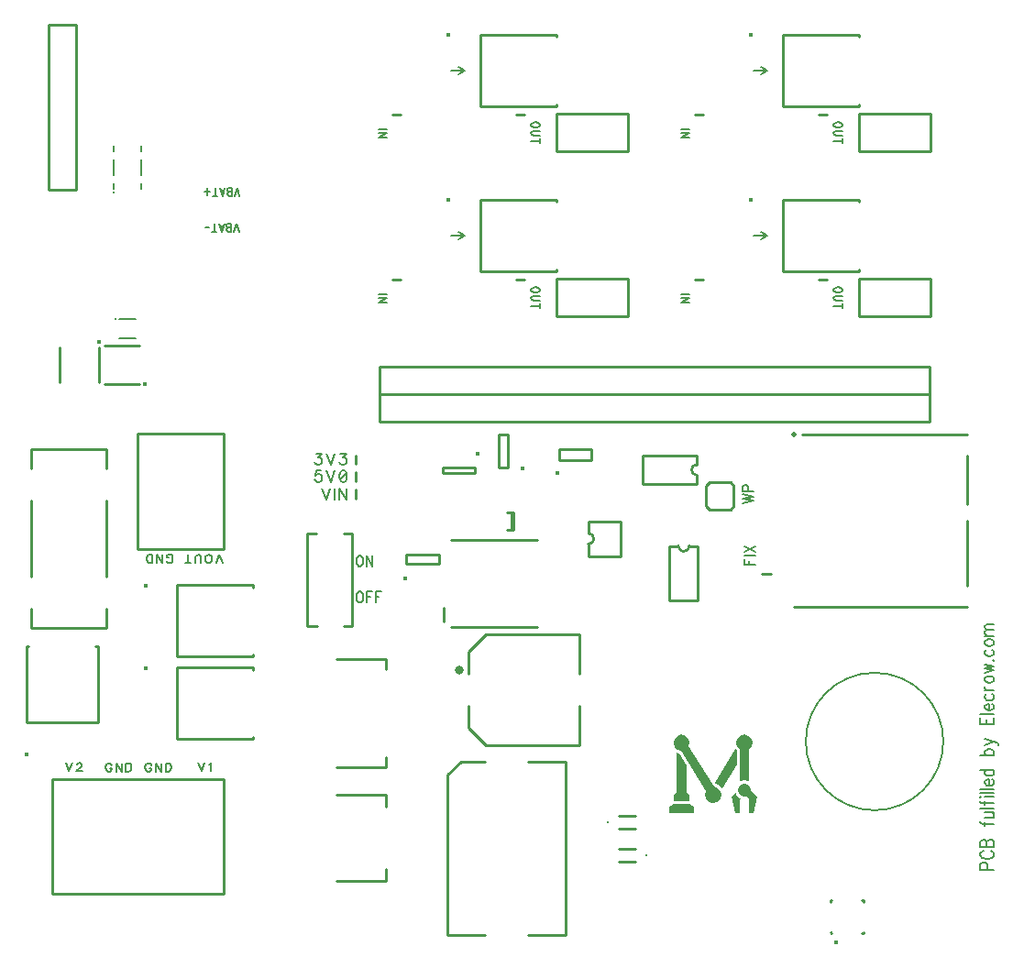
<source format=gto>
G04 DipTrace 3.0.0.1*
G04 panel1.GTO*
%MOIN*%
G04 #@! TF.FileFunction,Legend,Top*
G04 #@! TF.Part,Single*
%ADD10C,0.009843*%
%ADD14C,0.008*%
%ADD16C,0.01*%
%ADD27C,0.031465*%
%ADD31C,0.009433*%
%ADD45C,0.015408*%
%ADD48C,0.015404*%
%ADD50C,0.01541*%
%ADD54C,0.015754*%
%ADD59C,0.015401*%
%ADD62C,0.015395*%
%ADD65C,0.015754*%
%ADD69C,0.01963*%
%ADD72C,0.015401*%
%ADD75C,0.007873*%
%ADD77C,0.007872*%
%ADD173C,0.006*%
%FSLAX26Y26*%
G04*
G70*
G90*
G75*
G01*
G04 TopSilk*
%LPD*%
X3323543Y1198445D2*
D14*
G02X3323543Y1198445I250000J0D01*
G01*
X2501309Y1588701D2*
D10*
Y1444987D1*
Y1588701D2*
X2160726D1*
X2501309Y1326902D2*
Y1183189D1*
X2160726D1*
X2095778Y1523738D2*
Y1444987D1*
Y1326902D2*
Y1248152D1*
Y1523738D2*
X2160726Y1588701D1*
X2095778Y1248152D2*
X2160726Y1183189D1*
D27*
X2062346Y1456808D3*
X2008559Y1686411D2*
D10*
Y1635269D1*
X2254007Y2029911D2*
Y1966982D1*
X2261455Y2029911D2*
Y1966982D1*
Y2029911D2*
X2237896D1*
X2261455Y1966982D2*
X2237896D1*
X1687865Y2145198D2*
Y2176694D1*
Y2207698D2*
Y2239194D1*
X2642042Y928317D2*
X2705033D1*
X2642042Y881074D2*
X2705033D1*
D31*
X2605034Y904696D3*
X2705044Y762323D2*
D10*
X2642053D1*
X2705044Y809566D2*
X2642053D1*
D31*
X2742052Y785945D3*
X3195684Y1808661D2*
D10*
X3164188D1*
X1687865Y2082698D2*
Y2114194D1*
X2918707Y2879709D2*
X2950203D1*
X3368707D2*
X3400203D1*
X1818707D2*
X1850203D1*
X2268707D2*
X2300203D1*
X2918707Y3479709D2*
X2950203D1*
X3368707D2*
X3400203D1*
X1818707D2*
X1850203D1*
X2268707D2*
X2300203D1*
X506232Y1799247D2*
Y2074810D1*
Y2192909D2*
Y2261832D1*
X781829D1*
Y2192909D1*
Y2074810D2*
Y1799247D1*
Y1681149D2*
Y1612226D1*
X506232D1*
Y1681149D1*
X1205845Y643269D2*
X582238D1*
Y1062037D1*
X1205845D1*
Y643269D1*
X894063Y2318287D2*
X1205845D1*
Y1899519D1*
X894063D1*
Y2318287D1*
X3777861Y2746391D2*
X3516050D1*
Y2880249D1*
X3777861D1*
Y2746391D1*
X2677861D2*
X2416050D1*
Y2880249D1*
X2677861D1*
Y2746391D1*
X3777861Y3346391D2*
X3516050D1*
Y3480249D1*
X3777861D1*
Y3346391D1*
X2677861D2*
X2416050D1*
Y3480249D1*
X2677861D1*
Y3346391D1*
X1772701Y2460947D2*
X3774386D1*
Y2360945D1*
X1772701D1*
Y2460947D1*
Y2560947D2*
X3774386D1*
Y2460945D1*
X1772701D1*
Y2560947D1*
X2961175Y2129648D2*
X2973675Y2142148D1*
X3048675D1*
X3061175Y2129648D1*
Y2054648D1*
X3048675Y2042148D2*
X3061175Y2054648D1*
X3048675Y2042148D2*
X2973675D1*
X2961175Y2054648D1*
Y2129648D1*
X2348497Y1930925D2*
X2033529D1*
X2348497Y1615965D2*
X2033529D1*
X1037081Y1466954D2*
Y1207112D1*
X1312670Y1466954D2*
X1037081D1*
X1312670D2*
Y1459089D1*
Y1207112D2*
X1037081D1*
X1312670D2*
Y1214977D1*
D45*
X922135Y1466021D3*
D48*
X2129307Y2245898D3*
X2120106Y2195756D2*
D10*
X2002001D1*
Y2176071D1*
X2120106D1*
Y2195756D1*
X1037081Y1766952D2*
Y1507110D1*
X1312670Y1766952D2*
X1037081D1*
X1312670D2*
Y1759087D1*
Y1507110D2*
X1037081D1*
X1312670D2*
Y1514975D1*
D45*
X922135Y1766019D3*
X489122Y1267559D2*
D10*
X748965D1*
X489122Y1543148D2*
Y1267559D1*
Y1543148D2*
X496988D1*
X748965D2*
Y1267559D1*
Y1543148D2*
X741099D1*
D50*
X490056Y1152613D3*
X3239988Y3167706D2*
D10*
Y2907864D1*
X3515577Y3167706D2*
X3239988D1*
X3515577D2*
Y3159841D1*
Y2907864D2*
X3239988D1*
X3515577D2*
Y2915729D1*
D45*
X3125042Y3166773D3*
X2139988Y3167706D2*
D10*
Y2907864D1*
X2415577Y3167706D2*
X2139988D1*
X2415577D2*
Y3159841D1*
Y2907864D2*
X2139988D1*
X2415577D2*
Y2915729D1*
D45*
X2025042Y3166773D3*
X3239988Y3767706D2*
D10*
Y3507864D1*
X3515577Y3767706D2*
X3239988D1*
X3515577D2*
Y3759841D1*
Y3507864D2*
X3239988D1*
X3515577D2*
Y3515729D1*
D45*
X3125042Y3766773D3*
X2139988Y3767706D2*
D10*
Y3507864D1*
X2415577Y3767706D2*
X2139988D1*
X2415577D2*
Y3759841D1*
Y3507864D2*
X2139988D1*
X2415577D2*
Y3515729D1*
D45*
X2025042Y3766773D3*
X752793Y2630777D2*
D10*
Y2504780D1*
X611056Y2630777D2*
Y2504780D1*
D54*
X752786Y2650453D3*
X901172Y2496907D2*
D10*
X775175D1*
X901172Y2638644D2*
X775175D1*
D54*
X920848Y2496915D3*
G36*
X2826165Y936545D2*
Y960545D1*
X2843165Y970545D1*
X2900165D1*
X2917165Y960545D1*
Y936545D1*
D1*
X2826165D1*
G37*
G36*
X2843165Y982545D2*
Y1004545D1*
X2854165Y1011545D1*
Y1157545D1*
X2862165Y1155545D1*
X2889165Y1112545D1*
Y1011545D1*
X2900165Y1004545D1*
Y982545D1*
X2843165D1*
G37*
G36*
X2869165Y1164545D2*
X2857165Y1168545D1*
X2846165Y1178545D1*
X2842165Y1193545D1*
X2846165Y1208545D1*
X2857165Y1219545D1*
X2871165Y1223545D1*
X2886165Y1219545D1*
X2897165Y1208545D1*
X2901165Y1193545D1*
X2898165Y1182545D1*
X2989165Y1034545D1*
X3001165Y1030545D1*
X3012165Y1019545D1*
X3016165Y1004545D1*
X3012165Y990545D1*
X3001165Y979545D1*
X2986165Y975545D1*
X2971165Y979545D1*
X2960165Y990545D1*
X2956165Y1005545D1*
X2959165Y1017545D1*
X2869165Y1164545D1*
G37*
G36*
X2992165Y1049545D2*
X2995165Y1044545D1*
X3008165Y1040545D1*
X3019165Y1027545D1*
X3072165Y1115545D1*
Y1166545D1*
X3066165Y1171545D1*
D1*
X2992165Y1049545D1*
G37*
G36*
X3083165Y1170545D2*
X3075165Y1178545D1*
X3070165Y1193545D1*
X3074165Y1208545D1*
X3085165Y1219545D1*
X3100165Y1223545D1*
X3115165Y1219545D1*
X3126165Y1208545D1*
X3130165Y1193545D1*
X3126165Y1179545D1*
X3117165Y1170545D1*
Y1053545D1*
X3100165Y1058545D1*
X3083165Y1053545D1*
Y1170545D1*
G37*
G36*
X3069165Y1010545D2*
X3070165Y1005545D1*
X3082165Y992545D1*
X3086165Y991545D1*
X3083165Y988545D1*
Y939545D1*
X3066165Y936545D1*
X3054165Y996545D1*
X3069165Y1010545D1*
G37*
G36*
X3080165Y1034545D2*
X3077165Y1022545D1*
X3080165Y1010545D1*
X3089165Y1001545D1*
X3100165Y998545D1*
X3106165Y1000545D1*
X3118165Y987545D1*
X3117165Y939545D1*
X3135165Y936545D1*
X3146165Y996545D1*
X3123165Y1019545D1*
X3124165Y1023545D1*
X3121165Y1033545D1*
X3112165Y1042545D1*
X3100165Y1045545D1*
X3088165Y1042545D1*
X3080165Y1034545D1*
G37*
D59*
X1865484Y1791166D3*
X1870746Y1845231D2*
D10*
X1988854D1*
X1870746Y1876722D2*
X1988854D1*
Y1845231D2*
Y1876722D1*
X1870746Y1845231D2*
Y1876722D1*
X2828654Y1909372D2*
Y1712518D1*
X2931031Y1909372D2*
Y1712518D1*
X2828654D2*
X2931031D1*
X2860148Y1909372D2*
X2828654D1*
X2899537D2*
X2931031D1*
X2860148D2*
G03X2899537Y1909372I19694J9D01*
G01*
D62*
X2293350Y2190354D3*
X2239284Y2195616D2*
D10*
Y2313724D1*
X2207794Y2195616D2*
Y2313724D1*
X2239284D2*
X2207794D1*
X2239284Y2195616D2*
X2207794D1*
X2928220Y2237133D2*
X2731365D1*
X2928220Y2134757D2*
X2731365D1*
Y2237133D2*
Y2134757D1*
X2928220Y2205639D2*
Y2237133D1*
Y2166250D2*
Y2134757D1*
Y2205639D2*
G03X2928220Y2166250I9J-19694D01*
G01*
X3418428Y501882D2*
X3414494Y505833D1*
X3532608Y501935D2*
X3528658D1*
X3532593Y501882D2*
Y505833D1*
X3532608Y619998D2*
X3528658D1*
X3532608D2*
X3532593Y616065D1*
X3414479Y619998D2*
X3418428D1*
X3414479D2*
X3414494Y616065D1*
D65*
X3434174Y466458D3*
X3309458Y2316372D2*
D10*
X3909836D1*
X3279978Y1686461D2*
X3909836D1*
Y2237617D2*
Y2060467D1*
Y2001416D2*
Y1765216D1*
D69*
X3279942Y2316372D3*
X2450679Y1125727D2*
D10*
Y495806D1*
X2021494D2*
X2157350D1*
X2314824D2*
X2450679D1*
X2021494Y1076530D2*
Y495806D1*
X2314824Y1125727D2*
X2450679D1*
X2157350D2*
X2068786D1*
X2021494Y1076530D2*
X2068786Y1125727D1*
X2533238Y1872961D2*
X2651348D1*
X2533238Y1998929D2*
X2651348D1*
Y1872961D2*
Y1998929D1*
X2533238Y1872961D2*
Y1916257D1*
Y1955633D2*
Y1998929D1*
Y1916257D2*
G03X2533238Y1955633I13J19688D01*
G01*
D72*
X2421728Y2176320D3*
X2426990Y2222517D2*
D10*
X2545098D1*
Y2261880D1*
X2426990D1*
Y2222517D1*
X805735Y3345583D2*
D14*
Y3365274D1*
X908100D2*
Y3345583D1*
X805735Y3207781D2*
Y3227472D1*
D75*
X805748Y3195980D3*
X908100Y3314080D2*
D14*
Y3258975D1*
X805735D2*
Y3314080D1*
X908100Y3227472D2*
Y3207781D1*
X825424Y2734463D2*
X888417D1*
X825424Y2663594D2*
X888417D1*
D77*
X813616Y2734459D3*
X1617293Y1498445D2*
D16*
X1798543D1*
Y1460945D2*
Y1498445D1*
X1617293Y1104696D2*
X1798543D1*
Y1142196D1*
Y960945D2*
Y1004694D1*
X1617293D1*
Y692196D2*
X1798543D1*
Y735945D1*
X1542293Y1954694D2*
X1511043D1*
Y1617194D1*
X1548543D1*
X1642294D2*
X1673543D1*
Y1954694D1*
X1642294D1*
X3134455Y3037780D2*
D14*
X3184455D1*
X3159455Y3025280D1*
X3184455Y3037780D2*
X3159455Y3050280D1*
X2034455Y3037780D2*
X2084455D1*
X2059455Y3025280D1*
X2084455Y3037780D2*
X2059455Y3050280D1*
X3134455Y3637780D2*
X3184455D1*
X3159455Y3625280D1*
X3184455Y3637780D2*
X3159455Y3650280D1*
X2034455Y3637780D2*
X2084455D1*
X2059455Y3625280D1*
X2084455Y3637780D2*
X2059455Y3650280D1*
X569424Y3805278D2*
D16*
X669425D1*
Y3205278D1*
X569424D1*
Y3805278D1*
X3092681Y2066310D2*
D14*
X3132873Y2073986D1*
X3092681Y2081626D1*
X3132873Y2089267D1*
X3092681Y2096942D1*
X3113728Y2109742D2*
Y2123538D1*
X3111827Y2128101D1*
X3109881Y2129657D1*
X3106079Y2131178D1*
X3100331D1*
X3096528Y2129657D1*
X3094583Y2128101D1*
X3092681Y2123538D1*
Y2109742D1*
X3132873D1*
X3984317Y732609D2*
Y749853D1*
X3981940Y755557D1*
X3979508Y757502D1*
X3974755Y759404D1*
X3967570D1*
X3962817Y757502D1*
X3960385Y755557D1*
X3958008Y749853D1*
Y732609D1*
X4008248D1*
X3969947Y800900D2*
X3965193Y798998D1*
X3960385Y795152D1*
X3958008Y791349D1*
Y783700D1*
X3960385Y779853D1*
X3965193Y776050D1*
X3969947Y774105D1*
X3977132Y772204D1*
X3989125D1*
X3996255Y774105D1*
X4001063Y776050D1*
X4005817Y779853D1*
X4008248Y783700D1*
Y791349D1*
X4005817Y795152D1*
X4001063Y798998D1*
X3996255Y800900D1*
X3958008Y813700D2*
X4008248D1*
Y830944D1*
X4005817Y836692D1*
X4003440Y838593D1*
X3998687Y840494D1*
X3991502D1*
X3986693Y838593D1*
X3984317Y836692D1*
X3981940Y830944D1*
X3979508Y836692D1*
X3977132Y838593D1*
X3972378Y840494D1*
X3967570D1*
X3962817Y838593D1*
X3960385Y836692D1*
X3958008Y830944D1*
Y813700D1*
X3981940D2*
Y830944D1*
X3958008Y907922D2*
Y904120D1*
X3960385Y900273D1*
X3967570Y898372D1*
X4008248D1*
X3974755Y892624D2*
Y906021D1*
Y920722D2*
X3998687D1*
X4005816Y922623D1*
X4008248Y926470D1*
Y932218D1*
X4005816Y936021D1*
X3998687Y941769D1*
X3974755D2*
X4008248D1*
X3958008Y954569D2*
X4008248D1*
X3958008Y982667D2*
Y978865D1*
X3960385Y975018D1*
X3967570Y973117D1*
X4008248D1*
X3974755Y967369D2*
Y980766D1*
X3958008Y995467D2*
X3960385Y997369D1*
X3958008Y999314D1*
X3955577Y997369D1*
X3958008Y995467D1*
X3974755Y997369D2*
X4008248D1*
X3958008Y1012114D2*
X4008248D1*
X3958008Y1024914D2*
X4008248D1*
X3989125Y1037714D2*
Y1060662D1*
X3984317D1*
X3979508Y1058761D1*
X3977132Y1056860D1*
X3974755Y1053013D1*
Y1047265D1*
X3977132Y1043462D1*
X3981940Y1039615D1*
X3989125Y1037714D1*
X3993878D1*
X4001063Y1039615D1*
X4005816Y1043462D1*
X4008248Y1047265D1*
Y1053013D1*
X4005816Y1056860D1*
X4001063Y1060662D1*
X3958008Y1096410D2*
X4008248D1*
X3981940D2*
X3977132Y1092607D1*
X3974755Y1088761D1*
Y1083013D1*
X3977132Y1079210D1*
X3981940Y1075363D1*
X3989125Y1073462D1*
X3993878D1*
X4001063Y1075363D1*
X4005816Y1079210D1*
X4008248Y1083013D1*
Y1088761D1*
X4005816Y1092607D1*
X4001063Y1096410D1*
X3958008Y1148539D2*
X4008248D1*
X3981940D2*
X3977132Y1152386D1*
X3974755Y1156189D1*
Y1161937D1*
X3977132Y1165739D1*
X3981940Y1169586D1*
X3989125Y1171487D1*
X3993878D1*
X4001063Y1169586D1*
X4005816Y1165739D1*
X4008248Y1161937D1*
Y1156189D1*
X4005816Y1152386D1*
X4001063Y1148539D1*
X3974755Y1186233D2*
X4008248Y1197685D1*
X4017810Y1193882D1*
X4022618Y1190035D1*
X4024995Y1186233D1*
Y1184287D1*
X3974755Y1209181D2*
X4008248Y1197685D1*
X3958008Y1286159D2*
Y1261310D1*
X4008248D1*
Y1286159D1*
X3981940Y1261310D2*
Y1276609D1*
X3958008Y1298959D2*
X4008248D1*
X3989125Y1311759D2*
Y1334707D1*
X3984317D1*
X3979508Y1332806D1*
X3977132Y1330905D1*
X3974755Y1327058D1*
Y1321310D1*
X3977132Y1317507D1*
X3981940Y1313661D1*
X3989125Y1311759D1*
X3993878D1*
X4001063Y1313661D1*
X4005816Y1317507D1*
X4008248Y1321310D1*
Y1327058D1*
X4005816Y1330905D1*
X4001063Y1334707D1*
X3981940Y1370499D2*
X3977132Y1366653D1*
X3974755Y1362806D1*
Y1357102D1*
X3977132Y1353255D1*
X3981940Y1349453D1*
X3989125Y1347507D1*
X3993878D1*
X4001063Y1349453D1*
X4005816Y1353255D1*
X4008248Y1357102D1*
Y1362806D1*
X4005816Y1366653D1*
X4001063Y1370499D1*
X3974755Y1383299D2*
X4008248D1*
X3989125D2*
X3981940Y1385245D1*
X3977132Y1389047D1*
X3974755Y1392894D1*
Y1398642D1*
Y1420993D2*
X3977132Y1417190D1*
X3981940Y1413343D1*
X3989125Y1411442D1*
X3993878D1*
X4001063Y1413343D1*
X4005816Y1417190D1*
X4008248Y1420993D1*
Y1426741D1*
X4005816Y1430587D1*
X4001063Y1434390D1*
X3993878Y1436336D1*
X3989125D1*
X3981940Y1434390D1*
X3977132Y1430587D1*
X3974755Y1426741D1*
Y1420993D1*
Y1449136D2*
X4008248Y1456785D1*
X3974755Y1464434D1*
X4008248Y1472083D1*
X3974755Y1479733D1*
X4003440Y1494434D2*
X4005872Y1492533D1*
X4008248Y1494434D1*
X4005872Y1496379D1*
X4003440Y1494434D1*
X3981940Y1532172D2*
X3977132Y1528325D1*
X3974755Y1524478D1*
Y1518774D1*
X3977132Y1514928D1*
X3981940Y1511125D1*
X3989125Y1509179D1*
X3993878D1*
X4001063Y1511125D1*
X4005816Y1514928D1*
X4008248Y1518774D1*
Y1524478D1*
X4005816Y1528325D1*
X4001063Y1532172D1*
X3974755Y1554522D2*
X3977132Y1550720D1*
X3981940Y1546873D1*
X3989125Y1544972D1*
X3993878D1*
X4001063Y1546873D1*
X4005816Y1550720D1*
X4008248Y1554522D1*
Y1560270D1*
X4005816Y1564117D1*
X4001063Y1567920D1*
X3993878Y1569865D1*
X3989125D1*
X3981940Y1567920D1*
X3977132Y1564117D1*
X3974755Y1560270D1*
Y1554522D1*
Y1582665D2*
X4008248D1*
X3984317D2*
X3977132Y1588413D1*
X3974755Y1592260D1*
Y1597964D1*
X3977132Y1601810D1*
X3984317Y1603712D1*
X4008248D1*
X3984317D2*
X3977132Y1609460D1*
X3974755Y1613306D1*
Y1619010D1*
X3977132Y1622857D1*
X3984317Y1624803D1*
X4008248D1*
X1542170Y2245642D2*
X1563172D1*
X1551720Y2230343D1*
X1557468D1*
X1561271Y2228442D1*
X1563172Y2226541D1*
X1565118Y2220793D1*
Y2216990D1*
X1563172Y2211242D1*
X1559369Y2207396D1*
X1553621Y2205494D1*
X1547873D1*
X1542170Y2207396D1*
X1540268Y2209341D1*
X1538323Y2213144D1*
X1581118Y2245686D2*
X1596416Y2205494D1*
X1611715Y2245686D1*
X1631561Y2245642D2*
X1652564D1*
X1641112Y2230343D1*
X1646860D1*
X1650663Y2228442D1*
X1652564Y2226541D1*
X1654509Y2220793D1*
Y2216990D1*
X1652564Y2211242D1*
X1648761Y2207396D1*
X1643013Y2205494D1*
X1637265D1*
X1631561Y2207396D1*
X1629660Y2209341D1*
X1627715Y2213144D1*
X1561271Y2183142D2*
X1542170D1*
X1540268Y2165942D1*
X1542170Y2167843D1*
X1547918Y2169789D1*
X1553621D1*
X1559369Y2167843D1*
X1563216Y2164041D1*
X1565118Y2158293D1*
Y2154490D1*
X1563216Y2148742D1*
X1559369Y2144896D1*
X1553621Y2142994D1*
X1547918D1*
X1542170Y2144896D1*
X1540268Y2146841D1*
X1538323Y2150644D1*
X1581118Y2183186D2*
X1596416Y2142994D1*
X1611715Y2183186D1*
X1639211Y2183142D2*
X1633463Y2181241D1*
X1629616Y2175493D1*
X1627715Y2165942D1*
Y2160194D1*
X1629616Y2150644D1*
X1633463Y2144896D1*
X1639211Y2142994D1*
X1643013D1*
X1648761Y2144896D1*
X1652564Y2150644D1*
X1654509Y2160194D1*
Y2165942D1*
X1652564Y2175493D1*
X1648761Y2181241D1*
X1643013Y2183142D1*
X1639211D1*
X1652564Y2175493D2*
X1629616Y2150644D1*
X1564323Y2118686D2*
X1579621Y2078494D1*
X1594920Y2118686D1*
X1610920D2*
Y2078494D1*
X1653715Y2118686D2*
Y2078494D1*
X1626920Y2118686D1*
Y2078494D1*
X1698520Y1874936D2*
X1695442Y1873034D1*
X1692400Y1869188D1*
X1690844Y1865385D1*
X1689323Y1859637D1*
Y1850042D1*
X1690844Y1844338D1*
X1692400Y1840492D1*
X1695442Y1836689D1*
X1698520Y1834744D1*
X1704639D1*
X1707681Y1836689D1*
X1710759Y1840492D1*
X1712280Y1844338D1*
X1713801Y1850042D1*
Y1859637D1*
X1712280Y1865385D1*
X1710759Y1869188D1*
X1707681Y1873034D1*
X1704639Y1874936D1*
X1698520D1*
X1748036D2*
Y1834744D1*
X1726601Y1874936D1*
Y1834744D1*
X1698520Y1743686D2*
X1695442Y1741785D1*
X1692400Y1737938D1*
X1690844Y1734136D1*
X1689323Y1728388D1*
Y1718793D1*
X1690844Y1713089D1*
X1692400Y1709242D1*
X1695442Y1705440D1*
X1698520Y1703494D1*
X1704639D1*
X1707681Y1705440D1*
X1710759Y1709242D1*
X1712280Y1713089D1*
X1713801Y1718793D1*
Y1728388D1*
X1712280Y1734136D1*
X1710759Y1737938D1*
X1707681Y1741785D1*
X1704639Y1743686D1*
X1698520D1*
X1746515D2*
X1726601D1*
Y1703494D1*
Y1724541D2*
X1738839D1*
X1779230Y1743686D2*
X1759315D1*
Y1703494D1*
Y1724541D2*
X1771554D1*
X3098931Y1861225D2*
Y1841310D1*
X3139123D1*
X3118076D2*
Y1853549D1*
X3098931Y1874025D2*
X3139123Y1874024D1*
X3098931Y1886825D2*
X3139123Y1908260D1*
X3098931D2*
X3139123Y1886824D1*
X633016Y1120929D2*
X644490Y1090785D1*
X655964Y1120929D1*
X673423Y1113733D2*
Y1115159D1*
X674849Y1118044D1*
X676275Y1119470D1*
X679160Y1120896D1*
X684897D1*
X687749Y1119470D1*
X689175Y1118044D1*
X690634Y1115159D1*
Y1112307D1*
X689175Y1109422D1*
X686323Y1105144D1*
X671964Y1090785D1*
X692060D1*
X799703Y1112352D2*
X798277Y1115204D1*
X795392Y1118089D1*
X792540Y1119515D1*
X786803D1*
X783918Y1118089D1*
X781066Y1115204D1*
X779607Y1112352D1*
X778181Y1108041D1*
Y1100845D1*
X779607Y1096567D1*
X781066Y1093682D1*
X783918Y1090830D1*
X786803Y1089371D1*
X792540D1*
X795392Y1090830D1*
X798277Y1093682D1*
X799703Y1096567D1*
Y1100845D1*
X792540D1*
X835799Y1119515D2*
Y1089371D1*
X815703Y1119515D1*
Y1089371D1*
X851799Y1119515D2*
Y1089371D1*
X861847D1*
X866158Y1090830D1*
X869043Y1093682D1*
X870469Y1096567D1*
X871895Y1100845D1*
Y1108041D1*
X870469Y1112352D1*
X869043Y1115204D1*
X866158Y1118089D1*
X861847Y1119515D1*
X851799D1*
X943452Y1112352D2*
X942026Y1115204D1*
X939141Y1118089D1*
X936289Y1119515D1*
X930552D1*
X927667Y1118089D1*
X924816Y1115204D1*
X923356Y1112352D1*
X921930Y1108041D1*
Y1100845D1*
X923356Y1096567D1*
X924816Y1093682D1*
X927667Y1090830D1*
X930552Y1089371D1*
X936289D1*
X939141Y1090830D1*
X942026Y1093682D1*
X943452Y1096567D1*
Y1100845D1*
X936289D1*
X979548Y1119515D2*
Y1089371D1*
X959452Y1119515D1*
Y1089371D1*
X995548Y1119515D2*
Y1089371D1*
X1005596D1*
X1009907Y1090830D1*
X1012792Y1093682D1*
X1014218Y1096567D1*
X1015644Y1100845D1*
Y1108041D1*
X1014218Y1112352D1*
X1012792Y1115204D1*
X1009907Y1118089D1*
X1005596Y1119515D1*
X995548D1*
X1114466Y1120729D2*
X1125940Y1090585D1*
X1137414Y1120729D1*
X1153414Y1114958D2*
X1156299Y1116418D1*
X1160610Y1120695D1*
Y1090585D1*
X1000372Y1855419D2*
X1001798Y1852567D1*
X1004683Y1849682D1*
X1007535Y1848256D1*
X1013272D1*
X1016157Y1849682D1*
X1019009Y1852567D1*
X1020468Y1855419D1*
X1021894Y1859730D1*
Y1866926D1*
X1020468Y1871204D1*
X1019009Y1874089D1*
X1016157Y1876941D1*
X1013272Y1878400D1*
X1007535D1*
X1004683Y1876941D1*
X1001798Y1874089D1*
X1000372Y1871204D1*
Y1866926D1*
X1007535D1*
X964276Y1848256D2*
Y1878400D1*
X984372Y1848256D1*
Y1878400D1*
X948276Y1848256D2*
Y1878400D1*
X938228D1*
X933917Y1876941D1*
X931032Y1874089D1*
X929606Y1871204D1*
X928180Y1866926D1*
Y1859730D1*
X929606Y1855419D1*
X931032Y1852567D1*
X933917Y1849682D1*
X938228Y1848256D1*
X948276D1*
X1202403Y1847517D2*
X1190929Y1877661D1*
X1179455Y1847517D1*
X1154833D2*
X1157718Y1848943D1*
X1160570Y1851828D1*
X1162029Y1854680D1*
X1163455Y1858991D1*
Y1866187D1*
X1162029Y1870465D1*
X1160570Y1873350D1*
X1157718Y1876202D1*
X1154833Y1877661D1*
X1149096D1*
X1146244Y1876202D1*
X1143359Y1873350D1*
X1141933Y1870465D1*
X1140507Y1866187D1*
Y1858991D1*
X1141933Y1854680D1*
X1143359Y1851828D1*
X1146244Y1848943D1*
X1149096Y1847517D1*
X1154833D1*
X1124507D2*
Y1869039D1*
X1123081Y1873350D1*
X1120196Y1876202D1*
X1115885Y1877661D1*
X1113033D1*
X1108722Y1876202D1*
X1105837Y1873350D1*
X1104411Y1869039D1*
Y1847517D1*
X1078363D2*
Y1877661D1*
X1088411Y1847517D2*
X1068315D1*
X2899118Y2825163D2*
X2868974D1*
X2899118Y2796286D2*
X2868974D1*
X2899118Y2812363D1*
X2868974D1*
X3455368Y2843265D2*
X3453942Y2845573D1*
X3451057Y2847855D1*
X3448205Y2849022D1*
X3443894Y2850163D1*
X3436698D1*
X3432420Y2849022D1*
X3429535Y2847855D1*
X3426683Y2845573D1*
X3425224Y2843265D1*
Y2838675D1*
X3426683Y2836394D1*
X3429535Y2834086D1*
X3432420Y2832945D1*
X3436698Y2831804D1*
X3443894D1*
X3448205Y2832945D1*
X3451057Y2834086D1*
X3453942Y2836394D1*
X3455368Y2838675D1*
Y2843265D1*
Y2819004D2*
X3433846D1*
X3429535Y2817864D1*
X3426683Y2815556D1*
X3425224Y2812107D1*
Y2809825D1*
X3426683Y2806376D1*
X3429535Y2804068D1*
X3433846Y2802928D1*
X3455368D1*
Y2782089D2*
X3425224D1*
X3455368Y2790128D2*
Y2774051D1*
X1799118Y2825163D2*
X1768974D1*
X1799118Y2796286D2*
X1768974D1*
X1799118Y2812363D1*
X1768974D1*
X2355368Y2843265D2*
X2353942Y2845573D1*
X2351057Y2847855D1*
X2348205Y2849022D1*
X2343894Y2850163D1*
X2336698D1*
X2332420Y2849022D1*
X2329535Y2847855D1*
X2326683Y2845573D1*
X2325224Y2843265D1*
Y2838675D1*
X2326683Y2836394D1*
X2329535Y2834086D1*
X2332420Y2832945D1*
X2336698Y2831804D1*
X2343894D1*
X2348205Y2832945D1*
X2351057Y2834086D1*
X2353942Y2836394D1*
X2355368Y2838675D1*
Y2843265D1*
Y2819004D2*
X2333846D1*
X2329535Y2817864D1*
X2326683Y2815556D1*
X2325224Y2812107D1*
Y2809825D1*
X2326683Y2806376D1*
X2329535Y2804068D1*
X2333846Y2802928D1*
X2355368D1*
Y2782089D2*
X2325224D1*
X2355368Y2790128D2*
Y2774051D1*
X2899118Y3425163D2*
X2868974D1*
X2899118Y3396286D2*
X2868974D1*
X2899118Y3412363D1*
X2868974D1*
X3455368Y3443265D2*
X3453942Y3445573D1*
X3451057Y3447855D1*
X3448205Y3449022D1*
X3443894Y3450163D1*
X3436698D1*
X3432420Y3449022D1*
X3429535Y3447855D1*
X3426683Y3445573D1*
X3425224Y3443265D1*
Y3438675D1*
X3426683Y3436394D1*
X3429535Y3434086D1*
X3432420Y3432945D1*
X3436698Y3431804D1*
X3443894D1*
X3448205Y3432945D1*
X3451057Y3434086D1*
X3453942Y3436394D1*
X3455368Y3438675D1*
Y3443265D1*
Y3419004D2*
X3433846D1*
X3429535Y3417864D1*
X3426683Y3415556D1*
X3425224Y3412107D1*
Y3409825D1*
X3426683Y3406376D1*
X3429535Y3404068D1*
X3433846Y3402928D1*
X3455368D1*
Y3382089D2*
X3425224D1*
X3455368Y3390128D2*
Y3374051D1*
X1799118Y3425163D2*
X1768974D1*
X1799118Y3396286D2*
X1768974D1*
X1799118Y3412363D1*
X1768974D1*
X2355368Y3443265D2*
X2353942Y3445573D1*
X2351057Y3447855D1*
X2348205Y3449022D1*
X2343894Y3450163D1*
X2336698D1*
X2332420Y3449022D1*
X2329535Y3447855D1*
X2326683Y3445573D1*
X2325224Y3443265D1*
Y3438675D1*
X2326683Y3436394D1*
X2329535Y3434086D1*
X2332420Y3432945D1*
X2336698Y3431804D1*
X2343894D1*
X2348205Y3432945D1*
X2351057Y3434086D1*
X2353942Y3436394D1*
X2355368Y3438675D1*
Y3443265D1*
Y3419004D2*
X2333846D1*
X2329535Y3417864D1*
X2326683Y3415556D1*
X2325224Y3412107D1*
Y3409825D1*
X2326683Y3406376D1*
X2329535Y3404068D1*
X2333846Y3402928D1*
X2355368D1*
Y3382089D2*
X2325224D1*
X2355368Y3390128D2*
Y3374051D1*
X1262538Y3052840D2*
D173*
X1253359Y3082984D1*
X1244180Y3052840D1*
X1234580D2*
Y3082984D1*
X1224233D1*
X1220784Y3081525D1*
X1219644Y3080099D1*
X1218503Y3077247D1*
Y3072936D1*
X1219644Y3070051D1*
X1220784Y3068625D1*
X1224233Y3067199D1*
X1220784Y3065740D1*
X1219644Y3064314D1*
X1218503Y3061462D1*
Y3058577D1*
X1219644Y3055725D1*
X1220784Y3054266D1*
X1224233Y3052840D1*
X1234580D1*
Y3067199D2*
X1224233D1*
X1190518Y3082984D2*
X1199724Y3052840D1*
X1208903Y3082984D1*
X1205454Y3072936D2*
X1193967D1*
X1172880Y3052840D2*
Y3082984D1*
X1180918Y3052840D2*
X1164841D1*
X1155241Y3067928D2*
X1141977D1*
X1264987Y3182792D2*
X1255808Y3212936D1*
X1246628Y3182792D1*
X1237028D2*
X1237029Y3212936D1*
X1226682D1*
X1223233Y3211477D1*
X1222092Y3210051D1*
X1220952Y3207199D1*
Y3202888D1*
X1222092Y3200003D1*
X1223233Y3198577D1*
X1226682Y3197151D1*
X1223233Y3195692D1*
X1222092Y3194266D1*
X1220952Y3191415D1*
Y3188529D1*
X1222092Y3185678D1*
X1223233Y3184218D1*
X1226682Y3182792D1*
X1237028D1*
Y3197151D2*
X1226682D1*
X1192967Y3212936D2*
X1202173Y3182792D1*
X1211352Y3212936D1*
X1207903Y3202888D2*
X1196416D1*
X1175328Y3182792D2*
Y3212936D1*
X1183367Y3182792D2*
X1167290D1*
X1147370Y3184965D2*
Y3210797D1*
X1157690Y3197898D2*
X1137024D1*
M02*

</source>
